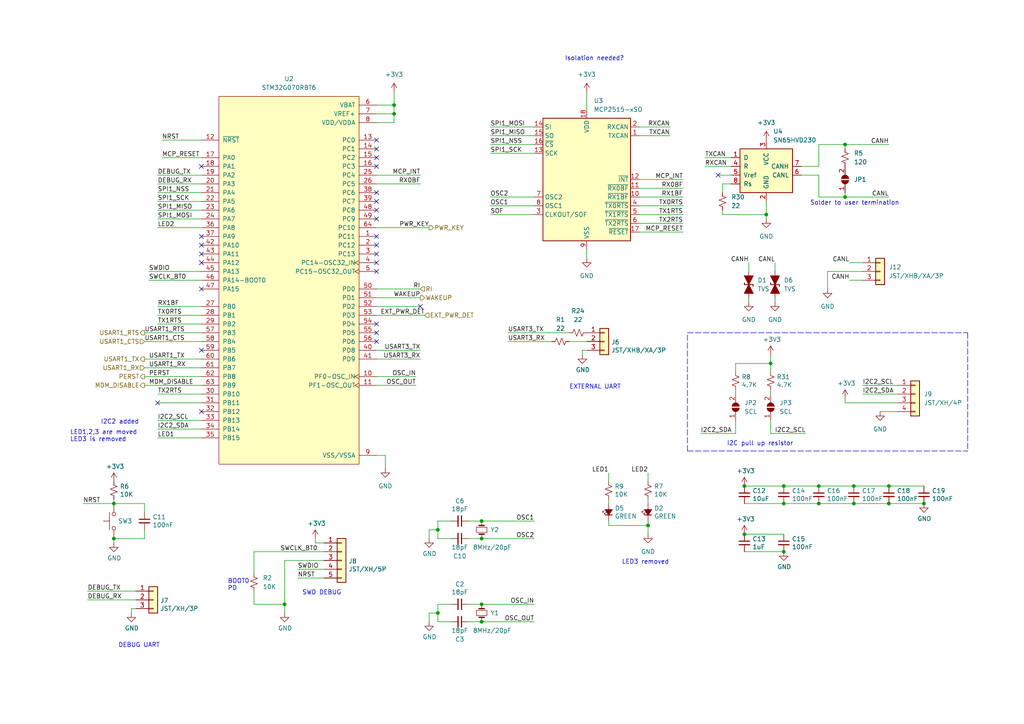
<source format=kicad_sch>
(kicad_sch (version 20211123) (generator eeschema)
  (paper "A4")
  (lib_symbols
    (symbol "Connector_Generic:Conn_01x03" (pin_names (offset 1.016) hide)
      (property "Reference" "J" (at 0 5.08 0))
      (property "Value" "Conn_01x03" (at 0 -5.08 0))
      (symbol "Conn_01x03_1_1"
        (rectangle (start -1.27 -2.413) (end 0 -2.667) (stroke (width 0.1524)))
        (rectangle (start -1.27 0.127) (end 0 -0.127) (stroke (width 0.1524)))
        (rectangle (start -1.27 2.667) (end 0 2.413) (stroke (width 0.1524)))
        (rectangle (start -1.27 3.81) (end 1.27 -3.81) (stroke (width 0.254)) (fill (type background)))
        (pin passive line (at -5.08 2.54 0) (length 3.81) (name "Pin_1") (number "1"))
        (pin passive line (at -5.08 0 0) (length 3.81) (name "Pin_2") (number "2"))
        (pin passive line (at -5.08 -2.54 0) (length 3.81) (name "Pin_3") (number "3"))
      )
    )
    (symbol "Connector_Generic:Conn_01x04" (pin_names (offset 1.016) hide)
      (property "Reference" "J" (at 0 5.08 0))
      (property "Value" "Conn_01x04" (at 0 -7.62 0))
      (symbol "Conn_01x04_1_1"
        (rectangle (start -1.27 -4.953) (end 0 -5.207) (stroke (width 0.1524)))
        (rectangle (start -1.27 -2.413) (end 0 -2.667) (stroke (width 0.1524)))
        (rectangle (start -1.27 0.127) (end 0 -0.127) (stroke (width 0.1524)))
        (rectangle (start -1.27 2.667) (end 0 2.413) (stroke (width 0.1524)))
        (rectangle (start -1.27 3.81) (end 1.27 -6.35) (stroke (width 0.254)) (fill (type background)))
        (pin passive line (at -5.08 2.54 0) (length 3.81) (name "Pin_1") (number "1"))
        (pin passive line (at -5.08 0 0) (length 3.81) (name "Pin_2") (number "2"))
        (pin passive line (at -5.08 -2.54 0) (length 3.81) (name "Pin_3") (number "3"))
        (pin passive line (at -5.08 -5.08 0) (length 3.81) (name "Pin_4") (number "4"))
      )
    )
    (symbol "Connector_Generic:Conn_01x05" (pin_names (offset 1.016) hide)
      (property "Reference" "J" (at 0 7.62 0))
      (property "Value" "Conn_01x05" (at 0 -7.62 0))
      (symbol "Conn_01x05_1_1"
        (rectangle (start -1.27 -4.953) (end 0 -5.207) (stroke (width 0.1524)))
        (rectangle (start -1.27 -2.413) (end 0 -2.667) (stroke (width 0.1524)))
        (rectangle (start -1.27 0.127) (end 0 -0.127) (stroke (width 0.1524)))
        (rectangle (start -1.27 2.667) (end 0 2.413) (stroke (width 0.1524)))
        (rectangle (start -1.27 5.207) (end 0 4.953) (stroke (width 0.1524)))
        (rectangle (start -1.27 6.35) (end 1.27 -6.35) (stroke (width 0.254)) (fill (type background)))
        (pin passive line (at -5.08 5.08 0) (length 3.81) (name "Pin_1") (number "1"))
        (pin passive line (at -5.08 2.54 0) (length 3.81) (name "Pin_2") (number "2"))
        (pin passive line (at -5.08 0 0) (length 3.81) (name "Pin_3") (number "3"))
        (pin passive line (at -5.08 -2.54 0) (length 3.81) (name "Pin_4") (number "4"))
        (pin passive line (at -5.08 -5.08 0) (length 3.81) (name "Pin_5") (number "5"))
      )
    )
    (symbol "Device:C_Small" (pin_numbers hide) (pin_names (offset 0.254) hide)
      (property "Reference" "C" (at 0.254 1.778 0))
      (property "Value" "C_Small" (at 0.254 -2.032 0))
      (symbol "C_Small_0_1"
        (polyline (pts (xy -1.524 -0.508) (xy 1.524 -0.508)) (stroke (width 0.3302)))
        (polyline (pts (xy -1.524 0.508) (xy 1.524 0.508)) (stroke (width 0.3048)))
      )
      (symbol "C_Small_1_1"
        (pin passive line (at 0 2.54 270) (length 2.032) (name "~") (number "1"))
        (pin passive line (at 0 -2.54 90) (length 2.032) (name "~") (number "2"))
      )
    )
    (symbol "Device:Crystal_Small" (pin_numbers hide) (pin_names (offset 1.016) hide)
      (property "Reference" "Y" (at 0 2.54 0))
      (property "Value" "Crystal_Small" (at 0 -2.54 0))
      (symbol "Crystal_Small_0_1"
        (rectangle (start -0.762 -1.524) (end 0.762 1.524))
        (polyline (pts (xy -1.27 -0.762) (xy -1.27 0.762)) (stroke (width 0.381)))
        (polyline (pts (xy 1.27 -0.762) (xy 1.27 0.762)) (stroke (width 0.381)))
      )
      (symbol "Crystal_Small_1_1"
        (pin passive line (at -2.54 0 0) (length 1.27) (name "1") (number "1"))
        (pin passive line (at 2.54 0 180) (length 1.27) (name "2") (number "2"))
      )
    )
    (symbol "Device:D_TVS_Filled" (pin_numbers hide) (pin_names (offset 1.016) hide)
      (property "Reference" "D" (at 0 2.54 0))
      (property "Value" "D_TVS_Filled" (at 0 -2.54 0))
      (symbol "D_TVS_Filled_0_1"
        (polyline (pts (xy 1.27 0) (xy -1.27 0)))
        (polyline (pts (xy -2.54 -1.27) (xy 0 0) (xy -2.54 1.27) (xy -2.54 -1.27)) (stroke (width 0.254)) (fill (type outline)))
        (polyline (pts (xy 0.508 1.27) (xy 0 1.27) (xy 0 -1.27) (xy -0.508 -1.27)) (stroke (width 0.254)))
        (polyline (pts (xy 2.54 1.27) (xy 2.54 -1.27) (xy 0 0) (xy 2.54 1.27)) (stroke (width 0.254)) (fill (type outline)))
      )
      (symbol "D_TVS_Filled_1_1"
        (pin passive line (at -3.81 0 0) (length 2.54) (name "A1") (number "1"))
        (pin passive line (at 3.81 0 180) (length 2.54) (name "A2") (number "2"))
      )
    )
    (symbol "Device:LED_Small_Filled" (pin_numbers hide) (pin_names (offset 0.254) hide)
      (property "Reference" "D" (at -1.27 3.175 0))
      (property "Value" "LED_Small_Filled" (at -4.445 -2.54 0))
      (symbol "LED_Small_Filled_0_1"
        (polyline (pts (xy -0.762 -1.016) (xy -0.762 1.016)) (stroke (width 0.254)))
        (polyline (pts (xy 1.016 0) (xy -0.762 0)))
        (polyline (pts (xy 0.762 -1.016) (xy -0.762 0) (xy 0.762 1.016) (xy 0.762 -1.016)) (stroke (width 0.254)) (fill (type outline)))
        (polyline (pts (xy 0 0.762) (xy -0.508 1.27) (xy -0.254 1.27) (xy -0.508 1.27) (xy -0.508 1.016)))
        (polyline (pts (xy 0.508 1.27) (xy 0 1.778) (xy 0.254 1.778) (xy 0 1.778) (xy 0 1.524)))
      )
      (symbol "LED_Small_Filled_1_1"
        (pin passive line (at -2.54 0 0) (length 1.778) (name "K") (number "1"))
        (pin passive line (at 2.54 0 180) (length 1.778) (name "A") (number "2"))
      )
    )
    (symbol "Device:R_Small_US" (pin_numbers hide) (pin_names (offset 0.254) hide)
      (property "Reference" "R" (at 0.762 0.508 0))
      (property "Value" "R_Small_US" (at 0.762 -1.016 0))
      (symbol "R_Small_US_1_1"
        (polyline (pts (xy 0 0) (xy 1.016 -0.381) (xy 0 -0.762) (xy -1.016 -1.143) (xy 0 -1.524)))
        (polyline (pts (xy 0 1.524) (xy 1.016 1.143) (xy 0 0.762) (xy -1.016 0.381) (xy 0 0)))
        (pin passive line (at 0 2.54 270) (length 1.016) (name "~") (number "1"))
        (pin passive line (at 0 -2.54 90) (length 1.016) (name "~") (number "2"))
      )
    )
    (symbol "Interface_CAN_LIN:MCP2515-xSO"
      (property "Reference" "U" (at -10.16 19.685 0))
      (property "Value" "MCP2515-xSO" (at 19.05 20.32 0))
      (symbol "MCP2515-xSO_0_1"
        (rectangle (start -12.7 17.78) (end 12.7 -17.78) (stroke (width 0.254)) (fill (type background)))
      )
      (symbol "MCP2515-xSO_1_1"
        (pin output line (at 15.24 12.7 180) (length 2.54) (name "TXCAN") (number "1"))
        (pin output line (at 15.24 -5.08 180) (length 2.54) (name "~{RX1BF}") (number "10"))
        (pin output line (at 15.24 -2.54 180) (length 2.54) (name "~{RX0BF}") (number "11"))
        (pin output line (at 15.24 0 180) (length 2.54) (name "~{INT}") (number "12"))
        (pin input line (at -15.24 7.62 0) (length 2.54) (name "SCK") (number "13"))
        (pin input line (at -15.24 15.24 0) (length 2.54) (name "SI") (number "14"))
        (pin output line (at -15.24 12.7 0) (length 2.54) (name "SO") (number "15"))
        (pin input line (at -15.24 10.16 0) (length 2.54) (name "~{CS}") (number "16"))
        (pin input line (at 15.24 -15.24 180) (length 2.54) (name "~{RESET}") (number "17"))
        (pin power_in line (at 0 20.32 270) (length 2.54) (name "VDD") (number "18"))
        (pin input line (at 15.24 15.24 180) (length 2.54) (name "RXCAN") (number "2"))
        (pin output line (at -15.24 -10.16 0) (length 2.54) (name "CLKOUT/SOF") (number "3"))
        (pin input line (at 15.24 -7.62 180) (length 2.54) (name "~{TX0RTS}") (number "4"))
        (pin input line (at 15.24 -10.16 180) (length 2.54) (name "~{TX1RTS}") (number "5"))
        (pin input line (at 15.24 -12.7 180) (length 2.54) (name "~{TX2RTS}") (number "6"))
        (pin output line (at -15.24 -5.08 0) (length 2.54) (name "OSC2") (number "7"))
        (pin input line (at -15.24 -7.62 0) (length 2.54) (name "OSC1") (number "8"))
        (pin power_in line (at 0 -20.32 90) (length 2.54) (name "VSS") (number "9"))
      )
    )
    (symbol "Interface_CAN_LIN:SN65HVD230" (pin_names (offset 1.016))
      (property "Reference" "U" (at -2.54 10.16 0))
      (property "Value" "SN65HVD230" (at -2.54 7.62 0))
      (symbol "SN65HVD230_0_1"
        (rectangle (start -7.62 5.08) (end 7.62 -7.62) (stroke (width 0.254)) (fill (type background)))
      )
      (symbol "SN65HVD230_1_1"
        (pin input line (at -10.16 2.54 0) (length 2.54) (name "D") (number "1"))
        (pin power_in line (at 0 -10.16 90) (length 2.54) (name "GND") (number "2"))
        (pin power_in line (at 0 7.62 270) (length 2.54) (name "VCC") (number "3"))
        (pin output line (at -10.16 0 0) (length 2.54) (name "R") (number "4"))
        (pin output line (at -10.16 -2.54 0) (length 2.54) (name "Vref") (number "5"))
        (pin bidirectional line (at 10.16 -2.54 180) (length 2.54) (name "CANL") (number "6"))
        (pin bidirectional line (at 10.16 0 180) (length 2.54) (name "CANH") (number "7"))
        (pin input line (at -10.16 -5.08 0) (length 2.54) (name "Rs") (number "8"))
      )
    )
    (symbol "Jumper:SolderJumper_2_Open" (pin_names (offset 0) hide)
      (property "Reference" "JP" (at 0 2.032 0))
      (property "Value" "SolderJumper_2_Open" (at 0 -2.54 0))
      (symbol "SolderJumper_2_Open_0_1"
        (arc (start -0.254 1.016) (mid -1.27 0) (end -0.254 -1.016))
        (arc (start -0.254 1.016) (mid -1.27 0) (end -0.254 -1.016) (fill (type outline)))
        (polyline (pts (xy -0.254 1.016) (xy -0.254 -1.016)))
        (polyline (pts (xy 0.254 1.016) (xy 0.254 -1.016)))
        (arc (start 0.254 -1.016) (mid 1.27 0) (end 0.254 1.016))
        (arc (start 0.254 -1.016) (mid 1.27 0) (end 0.254 1.016) (fill (type outline)))
      )
      (symbol "SolderJumper_2_Open_1_1"
        (pin passive line (at -3.81 0 0) (length 2.54) (name "A") (number "1"))
        (pin passive line (at 3.81 0 180) (length 2.54) (name "B") (number "2"))
      )
    )
    (symbol "Switch:SW_Push" (pin_numbers hide) (pin_names (offset 1.016) hide)
      (property "Reference" "SW" (at 1.27 2.54 0))
      (property "Value" "SW_Push" (at 0 -1.524 0))
      (symbol "SW_Push_0_1"
        (circle (center -2.032 0) (radius 0.508))
        (polyline (pts (xy 0 1.27) (xy 0 3.048)))
        (polyline (pts (xy 2.54 1.27) (xy -2.54 1.27)))
        (circle (center 2.032 0) (radius 0.508))
        (pin passive line (at -5.08 0 0) (length 2.54) (name "1") (number "1"))
        (pin passive line (at 5.08 0 180) (length 2.54) (name "2") (number "2"))
      )
    )
    (symbol "huconn-symbol:STM32G070RBT6" (pin_names (offset 1.016))
      (property "Reference" "U" (at -20.32 54.61 0))
      (property "Value" "STM32G070RBT6" (at -20.32 -55.88 0))
      (symbol "STM32G070RBT6_0_0"
        (rectangle (start -20.32 -53.34) (end 20.32 53.34) (stroke (width 0.1524)) (fill (type background)))
        (pin bidirectional line (at 25.4 12.7 180) (length 5.08) (name "PC11") (number "1"))
        (pin bidirectional clock (at 25.4 -27.94 180) (length 5.08) (name "PF0-OSC_IN") (number "10"))
        (pin bidirectional clock (at 25.4 -30.48 180) (length 5.08) (name "PF1-OSC_OUT") (number "11"))
        (pin input line (at -25.4 40.64 0) (length 5.08) (name "~{NRST}") (number "12"))
        (pin bidirectional line (at 25.4 40.64 180) (length 5.08) (name "PC0") (number "13"))
        (pin bidirectional line (at 25.4 38.1 180) (length 5.08) (name "PC1") (number "14"))
        (pin bidirectional line (at 25.4 35.56 180) (length 5.08) (name "PC2") (number "15"))
        (pin bidirectional line (at 25.4 33.02 180) (length 5.08) (name "PC3") (number "16"))
        (pin bidirectional line (at -25.4 35.56 0) (length 5.08) (name "PA0") (number "17"))
        (pin bidirectional line (at -25.4 33.02 0) (length 5.08) (name "PA1") (number "18"))
        (pin bidirectional line (at -25.4 30.48 0) (length 5.08) (name "PA2") (number "19"))
        (pin bidirectional line (at 25.4 10.16 180) (length 5.08) (name "PC12") (number "2"))
        (pin bidirectional line (at -25.4 27.94 0) (length 5.08) (name "PA3") (number "20"))
        (pin bidirectional line (at -25.4 25.4 0) (length 5.08) (name "PA4") (number "21"))
        (pin bidirectional line (at -25.4 22.86 0) (length 5.08) (name "PA5") (number "22"))
        (pin bidirectional line (at -25.4 20.32 0) (length 5.08) (name "PA6") (number "23"))
        (pin bidirectional line (at -25.4 17.78 0) (length 5.08) (name "PA7") (number "24"))
        (pin bidirectional line (at 25.4 30.48 180) (length 5.08) (name "PC4") (number "25"))
        (pin bidirectional line (at 25.4 27.94 180) (length 5.08) (name "PC5") (number "26"))
        (pin bidirectional line (at -25.4 -7.62 0) (length 5.08) (name "PB0") (number "27"))
        (pin bidirectional line (at -25.4 -10.16 0) (length 5.08) (name "PB1") (number "28"))
        (pin bidirectional line (at -25.4 -12.7 0) (length 5.08) (name "PB2") (number "29"))
        (pin bidirectional line (at 25.4 7.62 180) (length 5.08) (name "PC13") (number "3"))
        (pin bidirectional line (at -25.4 -33.02 0) (length 5.08) (name "PB10") (number "30"))
        (pin bidirectional line (at -25.4 -35.56 0) (length 5.08) (name "PB11") (number "31"))
        (pin bidirectional line (at -25.4 -38.1 0) (length 5.08) (name "PB12") (number "32"))
        (pin bidirectional line (at -25.4 -40.64 0) (length 5.08) (name "PB13") (number "33"))
        (pin bidirectional line (at -25.4 -43.18 0) (length 5.08) (name "PB14") (number "34"))
        (pin bidirectional line (at -25.4 -45.72 0) (length 5.08) (name "PB15") (number "35"))
        (pin bidirectional line (at -25.4 15.24 0) (length 5.08) (name "PA8") (number "36"))
        (pin bidirectional line (at -25.4 12.7 0) (length 5.08) (name "PA9") (number "37"))
        (pin bidirectional line (at 25.4 25.4 180) (length 5.08) (name "PC6") (number "38"))
        (pin bidirectional line (at 25.4 22.86 180) (length 5.08) (name "PC7") (number "39"))
        (pin bidirectional clock (at 25.4 5.08 180) (length 5.08) (name "PC14-OSC32_IN") (number "4"))
        (pin bidirectional line (at 25.4 -20.32 180) (length 5.08) (name "PD8") (number "40"))
        (pin bidirectional line (at 25.4 -22.86 180) (length 5.08) (name "PD9") (number "41"))
        (pin bidirectional line (at -25.4 10.16 0) (length 5.08) (name "PA10") (number "42"))
        (pin bidirectional line (at -25.4 7.62 0) (length 5.08) (name "PA11") (number "43"))
        (pin bidirectional line (at -25.4 5.08 0) (length 5.08) (name "PA12") (number "44"))
        (pin bidirectional line (at -25.4 2.54 0) (length 5.08) (name "PA13") (number "45"))
        (pin bidirectional line (at -25.4 0 0) (length 5.08) (name "PA14-BOOT0") (number "46"))
        (pin bidirectional line (at -25.4 -2.54 0) (length 5.08) (name "PA15") (number "47"))
        (pin bidirectional line (at 25.4 20.32 180) (length 5.08) (name "PC8") (number "48"))
        (pin bidirectional line (at 25.4 17.78 180) (length 5.08) (name "PC9") (number "49"))
        (pin bidirectional clock (at 25.4 2.54 180) (length 5.08) (name "PC15-OSC32_OUT") (number "5"))
        (pin bidirectional line (at 25.4 -2.54 180) (length 5.08) (name "PD0") (number "50"))
        (pin bidirectional line (at 25.4 -5.08 180) (length 5.08) (name "PD1") (number "51"))
        (pin bidirectional line (at 25.4 -7.62 180) (length 5.08) (name "PD2") (number "52"))
        (pin bidirectional line (at 25.4 -10.16 180) (length 5.08) (name "PD3") (number "53"))
        (pin bidirectional line (at 25.4 -12.7 180) (length 5.08) (name "PD4") (number "54"))
        (pin bidirectional line (at 25.4 -15.24 180) (length 5.08) (name "PD5") (number "55"))
        (pin bidirectional line (at 25.4 -17.78 180) (length 5.08) (name "PD6") (number "56"))
        (pin bidirectional line (at -25.4 -15.24 0) (length 5.08) (name "PB3") (number "57"))
        (pin bidirectional line (at -25.4 -17.78 0) (length 5.08) (name "PB4") (number "58"))
        (pin bidirectional line (at -25.4 -20.32 0) (length 5.08) (name "PB5") (number "59"))
        (pin power_in line (at 25.4 50.8 180) (length 5.08) (name "VBAT") (number "6"))
        (pin bidirectional line (at -25.4 -22.86 0) (length 5.08) (name "PB6") (number "60"))
        (pin bidirectional line (at -25.4 -25.4 0) (length 5.08) (name "PB7") (number "61"))
        (pin bidirectional line (at -25.4 -27.94 0) (length 5.08) (name "PB8") (number "62"))
        (pin bidirectional line (at -25.4 -30.48 0) (length 5.08) (name "PB9") (number "63"))
        (pin bidirectional line (at 25.4 15.24 180) (length 5.08) (name "PC10") (number "64"))
        (pin power_in line (at 25.4 48.26 180) (length 5.08) (name "VREF+") (number "7"))
        (pin power_in line (at 25.4 45.72 180) (length 5.08) (name "VDD/VDDA") (number "8"))
        (pin power_in line (at 25.4 -50.8 180) (length 5.08) (name "VSS/VSSA") (number "9"))
      )
    )
    (symbol "power:+3.3V" (power) (pin_names (offset 0))
      (property "Value" "+3.3V" (at 0 3.556 0))
      (symbol "+3.3V_0_1"
        (polyline (pts (xy -0.762 1.27) (xy 0 2.54)))
        (polyline (pts (xy 0 0) (xy 0 2.54)))
        (polyline (pts (xy 0 2.54) (xy 0.762 1.27)))
      )
      (symbol "+3.3V_1_1"
        (pin power_in line (at 0 0 90) (length 0) hide (name "+3V3") (number "1"))
      )
    )
    (symbol "power:GND" (power) (pin_names (offset 0))
      (property "Value" "GND" (at 0 -3.81 0))
      (symbol "GND_0_1"
        (polyline (pts (xy 0 0) (xy 0 -1.27) (xy 1.27 -1.27) (xy 0 -2.54) (xy -1.27 -1.27) (xy 0 -1.27)))
      )
      (symbol "GND_1_1"
        (pin power_in line (at 0 0 270) (length 0) hide (name "GND") (number "1"))
      )
    )
  )
  (junction (at 257.81 146.05))
  (junction (at 247.65 140.97))
  (junction (at 227.33 140.97))
  (junction (at 187.96 152.4))
  (junction (at 267.97 146.05))
  (junction (at 237.49 140.97))
  (junction (at 245.11 41.91))
  (junction (at 215.9 140.97))
  (junction (at 139.7 151.13))
  (junction (at 139.7 175.26))
  (junction (at 247.65 146.05))
  (junction (at 139.7 156.21))
  (junction (at 139.7 180.34))
  (junction (at 127 153.67))
  (junction (at 227.33 146.05))
  (junction (at 114.3 33.02))
  (junction (at 33.02 156.21))
  (junction (at 237.49 146.05))
  (junction (at 245.11 57.15))
  (junction (at 33.02 146.05))
  (junction (at 222.25 62.23))
  (junction (at 227.33 160.02))
  (junction (at 82.55 175.26))
  (junction (at 223.52 105.41))
  (junction (at 257.81 140.97))
  (junction (at 114.3 30.48))
  (junction (at 215.9 154.94))
  (junction (at 127 177.8))
  (no_connect (at 109.22 60.96))
  (no_connect (at 109.22 76.2))
  (no_connect (at 58.42 68.58))
  (no_connect (at 58.42 48.26))
  (no_connect (at 58.42 76.2))
  (no_connect (at 109.22 58.42))
  (no_connect (at 109.22 68.58))
  (no_connect (at 109.22 40.64))
  (no_connect (at 109.22 55.88))
  (no_connect (at 109.22 48.26))
  (no_connect (at 109.22 96.52))
  (no_connect (at 109.22 93.98))
  (no_connect (at 109.22 45.72))
  (no_connect (at 109.22 73.66))
  (no_connect (at 109.22 63.5))
  (no_connect (at 58.42 119.38))
  (no_connect (at 109.22 78.74))
  (no_connect (at 58.42 71.12))
  (no_connect (at 121.92 88.9))
  (no_connect (at 109.22 71.12))
  (no_connect (at 58.42 73.66))
  (no_connect (at 45.72 116.84))
  (no_connect (at 208.28 50.8))
  (no_connect (at 58.42 83.82))
  (no_connect (at 109.22 43.18))
  (no_connect (at 109.22 99.06))
  (no_connect (at 58.42 101.6))
  (wire (pts (xy 46.99 45.72) (xy 58.42 45.72)))
  (wire (pts (xy 41.91 156.21) (xy 33.02 156.21)))
  (wire (pts (xy 41.91 106.68) (xy 58.42 106.68)))
  (wire (pts (xy 185.42 54.61) (xy 198.12 54.61)))
  (wire (pts (xy 139.7 175.26) (xy 154.94 175.26)))
  (wire (pts (xy 222.25 63.5) (xy 222.25 62.23)))
  (wire (pts (xy 185.42 36.83) (xy 194.31 36.83)))
  (wire (pts (xy 82.55 162.56) (xy 82.55 175.26)))
  (wire (pts (xy 73.66 175.26) (xy 82.55 175.26)))
  (wire (pts (xy 217.17 86.36) (xy 217.17 87.63)))
  (wire (pts (xy 109.22 111.76) (xy 120.65 111.76)))
  (wire (pts (xy 223.52 121.92) (xy 223.52 125.73)))
  (wire (pts (xy 130.81 156.21) (xy 127 156.21)))
  (wire (pts (xy 250.19 78.74) (xy 240.03 78.74)))
  (wire (pts (xy 139.7 151.13) (xy 154.94 151.13)))
  (wire (pts (xy 257.81 140.97) (xy 267.97 140.97)))
  (wire (pts (xy 227.33 160.02) (xy 215.9 160.02)))
  (wire (pts (xy 170.18 101.6) (xy 168.91 101.6)))
  (wire (pts (xy 93.98 157.48) (xy 91.44 157.48)))
  (polyline (pts (xy 280.67 96.52) (xy 280.67 130.81)))
  (wire (pts (xy 41.91 111.76) (xy 58.42 111.76)))
  (wire (pts (xy 245.11 41.91) (xy 257.81 41.91)))
  (wire (pts (xy 250.19 114.3) (xy 260.35 114.3)))
  (wire (pts (xy 109.22 83.82) (xy 121.92 83.82)))
  (wire (pts (xy 187.96 152.4) (xy 187.96 154.94)))
  (wire (pts (xy 127 153.67) (xy 127 151.13)))
  (wire (pts (xy 246.38 81.28) (xy 250.19 81.28)))
  (wire (pts (xy 109.22 30.48) (xy 114.3 30.48)))
  (wire (pts (xy 142.24 44.45) (xy 154.94 44.45)))
  (wire (pts (xy 237.49 57.15) (xy 245.11 57.15)))
  (wire (pts (xy 247.65 140.97) (xy 257.81 140.97)))
  (polyline (pts (xy 199.39 130.81) (xy 199.39 96.52)))
  (wire (pts (xy 127 180.34) (xy 127 177.8)))
  (wire (pts (xy 73.66 171.45) (xy 73.66 175.26)))
  (wire (pts (xy 246.38 76.2) (xy 250.19 76.2)))
  (wire (pts (xy 227.33 146.05) (xy 237.49 146.05)))
  (wire (pts (xy 223.52 105.41) (xy 223.52 107.95)))
  (wire (pts (xy 245.11 116.84) (xy 260.35 116.84)))
  (wire (pts (xy 41.91 109.22) (xy 58.42 109.22)))
  (wire (pts (xy 187.96 144.78) (xy 187.96 146.05)))
  (wire (pts (xy 185.42 39.37) (xy 194.31 39.37)))
  (wire (pts (xy 45.72 63.5) (xy 58.42 63.5)))
  (wire (pts (xy 43.18 78.74) (xy 58.42 78.74)))
  (wire (pts (xy 142.24 39.37) (xy 154.94 39.37)))
  (wire (pts (xy 176.53 152.4) (xy 187.96 152.4)))
  (wire (pts (xy 127 156.21) (xy 127 153.67)))
  (wire (pts (xy 130.81 180.34) (xy 127 180.34)))
  (wire (pts (xy 58.42 93.98) (xy 45.72 93.98)))
  (wire (pts (xy 45.72 50.8) (xy 58.42 50.8)))
  (wire (pts (xy 58.42 91.44) (xy 45.72 91.44)))
  (wire (pts (xy 245.11 55.88) (xy 245.11 57.15)))
  (wire (pts (xy 41.91 153.67) (xy 41.91 156.21)))
  (wire (pts (xy 39.37 173.99) (xy 25.4 173.99)))
  (wire (pts (xy 114.3 33.02) (xy 114.3 35.56)))
  (wire (pts (xy 185.42 67.31) (xy 198.12 67.31)))
  (wire (pts (xy 58.42 88.9) (xy 45.72 88.9)))
  (wire (pts (xy 39.37 171.45) (xy 25.4 171.45)))
  (wire (pts (xy 237.49 140.97) (xy 247.65 140.97)))
  (wire (pts (xy 41.91 104.14) (xy 58.42 104.14)))
  (wire (pts (xy 127 177.8) (xy 124.46 177.8)))
  (wire (pts (xy 247.65 146.05) (xy 257.81 146.05)))
  (wire (pts (xy 109.22 132.08) (xy 111.76 132.08)))
  (wire (pts (xy 82.55 175.26) (xy 82.55 177.8)))
  (wire (pts (xy 45.72 121.92) (xy 58.42 121.92)))
  (wire (pts (xy 109.22 53.34) (xy 121.92 53.34)))
  (wire (pts (xy 237.49 48.26) (xy 237.49 41.91)))
  (wire (pts (xy 209.55 53.34) (xy 209.55 55.88)))
  (wire (pts (xy 45.72 127) (xy 58.42 127)))
  (wire (pts (xy 41.91 99.06) (xy 58.42 99.06)))
  (wire (pts (xy 187.96 151.13) (xy 187.96 152.4)))
  (wire (pts (xy 127 177.8) (xy 127 175.26)))
  (wire (pts (xy 58.42 114.3) (xy 45.72 114.3)))
  (wire (pts (xy 237.49 50.8) (xy 237.49 57.15)))
  (wire (pts (xy 86.36 165.1) (xy 93.98 165.1)))
  (wire (pts (xy 142.24 41.91) (xy 154.94 41.91)))
  (wire (pts (xy 139.7 151.13) (xy 135.89 151.13)))
  (wire (pts (xy 245.11 41.91) (xy 245.11 43.18)))
  (wire (pts (xy 160.02 99.06) (xy 147.32 99.06)))
  (wire (pts (xy 204.47 48.26) (xy 212.09 48.26)))
  (wire (pts (xy 209.55 60.96) (xy 209.55 62.23)))
  (wire (pts (xy 109.22 101.6) (xy 121.92 101.6)))
  (wire (pts (xy 124.46 177.8) (xy 124.46 180.34)))
  (wire (pts (xy 33.02 146.05) (xy 41.91 146.05)))
  (wire (pts (xy 139.7 180.34) (xy 135.89 180.34)))
  (wire (pts (xy 185.42 52.07) (xy 198.12 52.07)))
  (wire (pts (xy 212.09 53.34) (xy 209.55 53.34)))
  (wire (pts (xy 185.42 57.15) (xy 198.12 57.15)))
  (wire (pts (xy 217.17 76.2) (xy 217.17 78.74)))
  (wire (pts (xy 185.42 62.23) (xy 198.12 62.23)))
  (wire (pts (xy 93.98 162.56) (xy 82.55 162.56)))
  (wire (pts (xy 245.11 57.15) (xy 257.81 57.15)))
  (wire (pts (xy 176.53 151.13) (xy 176.53 152.4)))
  (wire (pts (xy 168.91 101.6) (xy 168.91 102.87)))
  (wire (pts (xy 58.42 116.84) (xy 45.72 116.84)))
  (wire (pts (xy 45.72 58.42) (xy 58.42 58.42)))
  (wire (pts (xy 24.13 146.05) (xy 33.02 146.05)))
  (wire (pts (xy 208.28 50.8) (xy 212.09 50.8)))
  (wire (pts (xy 139.7 180.34) (xy 154.94 180.34)))
  (wire (pts (xy 43.18 81.28) (xy 58.42 81.28)))
  (wire (pts (xy 240.03 78.74) (xy 240.03 83.82)))
  (wire (pts (xy 45.72 66.04) (xy 58.42 66.04)))
  (wire (pts (xy 222.25 58.42) (xy 222.25 62.23)))
  (wire (pts (xy 33.02 157.48) (xy 33.02 156.21)))
  (wire (pts (xy 203.2 125.73) (xy 213.36 125.73)))
  (wire (pts (xy 73.66 160.02) (xy 93.98 160.02)))
  (wire (pts (xy 250.19 111.76) (xy 260.35 111.76)))
  (wire (pts (xy 109.22 104.14) (xy 121.92 104.14)))
  (wire (pts (xy 170.18 99.06) (xy 165.1 99.06)))
  (wire (pts (xy 127 175.26) (xy 130.81 175.26)))
  (wire (pts (xy 170.18 72.39) (xy 170.18 74.93)))
  (wire (pts (xy 215.9 140.97) (xy 227.33 140.97)))
  (wire (pts (xy 45.72 53.34) (xy 58.42 53.34)))
  (wire (pts (xy 176.53 137.16) (xy 176.53 139.7)))
  (wire (pts (xy 237.49 146.05) (xy 247.65 146.05)))
  (wire (pts (xy 227.33 140.97) (xy 237.49 140.97)))
  (wire (pts (xy 142.24 36.83) (xy 154.94 36.83)))
  (wire (pts (xy 114.3 30.48) (xy 114.3 33.02)))
  (polyline (pts (xy 199.39 130.81) (xy 280.67 130.81)))
  (wire (pts (xy 33.02 146.05) (xy 33.02 144.78)))
  (wire (pts (xy 165.1 96.52) (xy 147.32 96.52)))
  (wire (pts (xy 127 151.13) (xy 130.81 151.13)))
  (wire (pts (xy 209.55 62.23) (xy 222.25 62.23)))
  (wire (pts (xy 45.72 55.88) (xy 58.42 55.88)))
  (wire (pts (xy 223.52 102.87) (xy 223.52 105.41)))
  (wire (pts (xy 139.7 156.21) (xy 154.94 156.21)))
  (wire (pts (xy 139.7 175.26) (xy 135.89 175.26)))
  (wire (pts (xy 213.36 105.41) (xy 223.52 105.41)))
  (wire (pts (xy 114.3 26.67) (xy 114.3 30.48)))
  (wire (pts (xy 39.37 176.53) (xy 38.1 176.53)))
  (wire (pts (xy 41.91 146.05) (xy 41.91 148.59)))
  (wire (pts (xy 41.91 96.52) (xy 58.42 96.52)))
  (wire (pts (xy 185.42 59.69) (xy 198.12 59.69)))
  (wire (pts (xy 215.9 146.05) (xy 227.33 146.05)))
  (wire (pts (xy 237.49 41.91) (xy 245.11 41.91)))
  (wire (pts (xy 185.42 64.77) (xy 198.12 64.77)))
  (wire (pts (xy 45.72 124.46) (xy 58.42 124.46)))
  (wire (pts (xy 73.66 160.02) (xy 73.66 166.37)))
  (wire (pts (xy 213.36 121.92) (xy 213.36 125.73)))
  (wire (pts (xy 215.9 154.94) (xy 227.33 154.94)))
  (wire (pts (xy 109.22 91.44) (xy 123.19 91.44)))
  (wire (pts (xy 109.22 109.22) (xy 120.65 109.22)))
  (wire (pts (xy 257.81 146.05) (xy 267.97 146.05)))
  (wire (pts (xy 91.44 157.48) (xy 91.44 156.21)))
  (wire (pts (xy 142.24 57.15) (xy 154.94 57.15)))
  (wire (pts (xy 109.22 88.9) (xy 121.92 88.9)))
  (wire (pts (xy 187.96 137.16) (xy 187.96 139.7)))
  (polyline (pts (xy 199.39 96.52) (xy 280.67 96.52)))
  (wire (pts (xy 232.41 50.8) (xy 237.49 50.8)))
  (wire (pts (xy 142.24 62.23) (xy 154.94 62.23)))
  (wire (pts (xy 109.22 33.02) (xy 114.3 33.02)))
  (wire (pts (xy 109.22 50.8) (xy 121.92 50.8)))
  (wire (pts (xy 176.53 144.78) (xy 176.53 146.05)))
  (wire (pts (xy 204.47 45.72) (xy 212.09 45.72)))
  (wire (pts (xy 232.41 48.26) (xy 237.49 48.26)))
  (wire (pts (xy 111.76 132.08) (xy 111.76 135.89)))
  (wire (pts (xy 38.1 176.53) (xy 38.1 177.8)))
  (wire (pts (xy 213.36 105.41) (xy 213.36 107.95)))
  (wire (pts (xy 170.18 26.67) (xy 170.18 31.75)))
  (wire (pts (xy 45.72 60.96) (xy 58.42 60.96)))
  (wire (pts (xy 255.27 119.38) (xy 260.35 119.38)))
  (wire (pts (xy 142.24 59.69) (xy 154.94 59.69)))
  (wire (pts (xy 124.46 153.67) (xy 124.46 156.21)))
  (wire (pts (xy 223.52 113.03) (xy 223.52 114.3)))
  (wire (pts (xy 245.11 115.57) (xy 245.11 116.84)))
  (wire (pts (xy 213.36 113.03) (xy 213.36 114.3)))
  (wire (pts (xy 224.79 76.2) (xy 224.79 78.74)))
  (wire (pts (xy 86.36 167.64) (xy 93.98 167.64)))
  (wire (pts (xy 109.22 35.56) (xy 114.3 35.56)))
  (wire (pts (xy 127 153.67) (xy 124.46 153.67)))
  (wire (pts (xy 58.42 40.64) (xy 46.99 40.64)))
  (wire (pts (xy 109.22 86.36) (xy 121.92 86.36)))
  (wire (pts (xy 224.79 86.36) (xy 224.79 87.63)))
  (wire (pts (xy 223.52 125.73) (xy 233.68 125.73)))
  (wire (pts (xy 139.7 156.21) (xy 135.89 156.21)))
  (wire (pts (xy 109.22 66.04) (xy 124.46 66.04)))
  (text "LED1,2,3 are moved\nLED3 is removed" (at 20.32 128.27 0) (effects (font (size 1.27 1.27)) (justify left bottom)))
  (text "LED3 removed" (at 180.34 163.83 0) (effects (font (size 1.27 1.27)) (justify left bottom)))
  (text "BOOT0\nPD" (at 66.04 171.45 0) (effects (font (size 1.27 1.27)) (justify left bottom)))
  (text "SWD DEBUG" (at 87.63 172.72 0) (effects (font (size 1.27 1.27)) (justify left bottom)))
  (text "I2C pull up resistor" (at 210.8074 129.4663 0) (effects (font (size 1.27 1.27)) (justify left bottom)))
  (text "Isolation needed?\n" (at 163.83 17.78 0) (effects (font (size 1.27 1.27)) (justify left bottom)))
  (text "I2C2 added" (at 29.21 123.19 0) (effects (font (size 1.27 1.27)) (justify left bottom)))
  (text "Solder to user termination" (at 234.95 59.69 0) (effects (font (size 1.27 1.27)) (justify left bottom)))
  (text "EXTERNAL UART\n" (at 165.1 113.03 0) (effects (font (size 1.27 1.27)) (justify left bottom)))
  (text "DEBUG UART" (at 34.29 187.96 0) (effects (font (size 1.27 1.27)) (justify left bottom)))
  (label "TX1RTS" (at 45.72 93.98 0))
  (label "DEBUG_RX" (at 25.4 173.99 0))
  (label "MCP_INT" (at 121.92 50.8 180))
  (label "LED1" (at 176.53 137.16 180))
  (label "OSC_OUT" (at 120.65 111.76 180))
  (label "OSC2" (at 142.24 57.15 0))
  (label "PERST" (at 43.18 109.22 0))
  (label "MCP_RESET" (at 198.12 67.31 180))
  (label "TX0RTS" (at 45.72 91.44 0))
  (label "NRST" (at 46.99 40.64 0))
  (label "OSC_IN" (at 120.65 109.22 180))
  (label "OSC1" (at 142.24 59.69 0))
  (label "RX0BF" (at 121.92 53.34 180))
  (label "CANL" (at 246.38 76.2 180))
  (label "EXT_PWR_DET" (at 123.19 91.44 180))
  (label "TXCAN" (at 204.47 45.72 0))
  (label "TXCAN" (at 194.31 39.37 180))
  (label "I2C2_SCL" (at 250.19 111.76 0))
  (label "SWCLK_BT0" (at 81.28 160.02 0))
  (label "RXCAN" (at 204.47 48.26 0))
  (label "USART3_RX" (at 121.92 104.14 180))
  (label "SPI1_MISO" (at 142.24 39.37 0))
  (label "SPI1_NSS" (at 45.72 55.88 0))
  (label "RX1BF" (at 45.72 88.9 0))
  (label "SWCLK_BT0" (at 43.18 81.28 0))
  (label "SPI1_SCK" (at 45.72 58.42 0))
  (label "OSC_IN" (at 154.94 175.26 180))
  (label "SPI1_SCK" (at 142.24 44.45 0))
  (label "MDM_DISABLE" (at 43.18 111.76 0))
  (label "TX1RTS" (at 198.12 62.23 180))
  (label "DEBUG_TX" (at 45.72 50.8 0))
  (label "WAKEUP" (at 121.92 86.36 180))
  (label "CANH" (at 217.17 76.2 180))
  (label "I2C2_SDA" (at 203.2 125.73 0))
  (label "DEBUG_TX" (at 25.4 171.45 0))
  (label "OSC2" (at 154.94 156.21 180))
  (label "SWDIO" (at 43.18 78.74 0))
  (label "PWR_KEY" (at 124.46 66.04 180))
  (label "OSC1" (at 154.94 151.13 180))
  (label "DEBUG_RX" (at 45.72 53.34 0))
  (label "CANL" (at 257.81 57.15 180))
  (label "LED2" (at 187.96 137.16 180))
  (label "SPI1_MOSI" (at 142.24 36.83 0))
  (label "USART3_TX" (at 121.92 101.6 180))
  (label "OSC_OUT" (at 154.94 180.34 180))
  (label "TX2RTS" (at 198.12 64.77 180))
  (label "SPI1_MOSI" (at 45.72 63.5 0))
  (label "NRST" (at 24.13 146.05 0))
  (label "I2C2_SDA" (at 250.19 114.3 0))
  (label "CANH" (at 257.81 41.91 180))
  (label "SPI1_NSS" (at 142.24 41.91 0))
  (label "TX2RTS" (at 45.72 114.3 0))
  (label "RX0BF" (at 198.12 54.61 180))
  (label "MCP_RESET" (at 46.99 45.72 0))
  (label "SPI1_MISO" (at 45.72 60.96 0))
  (label "USART1_RTS" (at 41.91 96.52 0))
  (label "I2C2_SCL" (at 45.72 121.92 0))
  (label "CANH" (at 246.38 81.28 180))
  (label "USART1_RX" (at 43.18 106.68 0))
  (label "RXCAN" (at 194.31 36.83 180))
  (label "RI" (at 121.92 83.82 180))
  (label "I2C2_SCL" (at 233.68 125.73 180))
  (label "TX0RTS" (at 198.12 59.69 180))
  (label "SWDIO" (at 86.36 165.1 0))
  (label "USART1_CTS" (at 41.91 99.06 0))
  (label "RX1BF" (at 198.12 57.15 180))
  (label "NRST" (at 86.36 167.64 0))
  (label "CANL" (at 224.79 76.2 180))
  (label "LED1" (at 45.72 127 0))
  (label "USART3_RX" (at 147.32 99.06 0))
  (label "LED2" (at 45.72 66.04 0))
  (label "USART1_TX" (at 43.18 104.14 0))
  (label "I2C2_SDA" (at 45.72 124.46 0))
  (label "MCP_INT" (at 198.12 52.07 180))
  (label "SOF" (at 142.24 62.23 0))
  (label "USART3_TX" (at 147.32 96.52 0))
  (hierarchical_label "USART1_CTS" (shape input) (at 41.91 99.06 180))
  (hierarchical_label "USART1_RX" (shape input) (at 41.91 106.68 180))
  (hierarchical_label "USART1_RTS" (shape output) (at 41.91 96.52 180))
  (hierarchical_label "WAKEUP" (shape output) (at 121.92 86.36 0))
  (hierarchical_label "PERST" (shape output) (at 41.91 109.22 180))
  (hierarchical_label "EXT_PWR_DET" (shape input) (at 123.19 91.44 0))
  (hierarchical_label "USART1_TX" (shape output) (at 41.91 104.14 180))
  (hierarchical_label "MDM_DISABLE" (shape output) (at 41.91 111.76 180))
  (hierarchical_label "RI" (shape input) (at 121.92 83.82 0))
  (hierarchical_label "PWR_KEY" (shape output) (at 124.46 66.04 0))
  (symbol (lib_id "power:+3.3V") (at 215.9 154.94 0) (unit 1)
    (property "Reference" "#PWR0136" (effects hide))
    (property "Value" "+3.3V" (at 216.281 150.5458 0))
  )
  (symbol (lib_id "power:GND") (at 187.96 154.94 0) (unit 1)
    (property "Reference" "#PWR0137" (effects hide))
    (property "Value" "GND" (at 187.96 160.02 0))
  )
  (symbol (lib_id "power:+3.3V") (at 33.02 139.7 0) (unit 1)
    (property "Reference" "#PWR0140" (effects hide))
    (property "Value" "+3.3V" (at 33.401 135.3058 0))
  )
  (symbol (lib_id "Jumper:SolderJumper_2_Open") (at 245.11 52.07 90) (unit 1)
    (property "Reference" "JP1" (at 247.65 52.0699 90) (effects (justify right)))
    (property "Value" "SolderJumper_2_Open" (effects hide))
    (property "Footprint" "Jumper:SolderJumper-2_P1.3mm_Open_RoundedPad1.0x1.5mm" (effects hide))
  )
  (symbol (lib_id "power:+3.3V") (at 245.11 115.57 0) (unit 1)
    (property "Reference" "#PWR0162" (effects hide))
    (property "Value" "+3.3V" (at 245.491 111.1758 0))
  )
  (symbol (lib_id "Jumper:SolderJumper_2_Open") (at 213.36 118.11 90) (unit 1)
    (property "Reference" "JP2" (at 215.9 116.8399 90) (effects (justify right)))
    (property "Value" "SCL" (at 215.9 119.3799 90) (effects (justify right)))
    (property "Footprint" "Jumper:SolderJumper-2_P1.3mm_Open_RoundedPad1.0x1.5mm" (effects hide))
  )
  (symbol (lib_id "Device:C_Small") (at 257.81 143.51 0) (unit 1)
    (property "Reference" "C18" (at 260.1468 142.3416 0) (effects (justify left)))
    (property "Value" "100nF" (at 260.1468 144.653 0) (effects (justify left)))
    (property "Footprint" "Capacitor_SMD:C_0603_1608Metric" (effects hide))
    (property "LCSC" "C14663" (effects hide))
  )
  (symbol (lib_id "Device:Crystal_Small") (at 139.7 177.8 270) (unit 1)
    (property "Reference" "Y1" (at 142.24 177.8 90) (effects (justify left)))
    (property "Value" "8MHz/20pF" (at 137.16 182.88 90) (effects (justify left)))
    (property "Footprint" "Crystal:Crystal_SMD_5032-2Pin_5.0x3.2mm" (effects hide))
    (property "LCSC" "C115962" (effects hide))
    (property "Description" "SMD CRYSTAL RESONATORS 8MHZ ±10PPM SMD-5032_2P ROHS" (effects hide))
  )
  (symbol (lib_id "Device:C_Small") (at 237.49 143.51 0) (unit 1)
    (property "Reference" "C16" (at 239.8268 142.3416 0) (effects (justify left)))
    (property "Value" "100nF" (at 239.8268 144.653 0) (effects (justify left)))
    (property "Footprint" "Capacitor_SMD:C_0603_1608Metric" (effects hide))
    (property "LCSC" "C14663" (effects hide))
  )
  (symbol (lib_id "Device:R_Small_US") (at 176.53 142.24 0) (unit 1)
    (property "Reference" "R9" (at 178.2572 141.0716 0) (effects (justify left)))
    (property "Value" "10K" (at 178.2572 143.383 0) (effects (justify left)))
    (property "Footprint" "Resistor_SMD:R_0603_1608Metric" (effects hide))
    (property "LCSC" "C25804" (effects hide))
  )
  (symbol (lib_id "Device:R_Small_US") (at 209.55 58.42 180) (unit 1)
    (property "Reference" "R30" (at 212.09 57.1499 0) (effects (justify right)))
    (property "Value" "22" (at 212.09 59.6899 0) (effects (justify right)))
    (property "Footprint" "Resistor_SMD:R_0603_1608Metric" (effects hide))
    (property "LCSC" "C23345" (effects hide))
  )
  (symbol (lib_id "Device:C_Small") (at 133.35 175.26 270) (unit 1)
    (property "Reference" "C2" (at 133.35 169.4434 90))
    (property "Value" "18pF" (at 133.35 171.7548 90))
    (property "Footprint" "Capacitor_SMD:C_0603_1608Metric" (effects hide))
    (property "LCSC" "C1647" (effects hide))
  )
  (symbol (lib_id "Device:LED_Small_Filled") (at 176.53 148.59 90) (unit 1)
    (property "Reference" "D5" (at 178.308 147.4216 90) (effects (justify right)))
    (property "Value" "GREEN" (at 178.308 149.733 90) (effects (justify right)))
    (property "Footprint" "LED_SMD:LED_0603_1608Metric" (effects hide))
    (property "LCSC" "C72043" (effects hide))
  )
  (symbol (lib_id "Device:C_Small") (at 267.97 143.51 0) (unit 1)
    (property "Reference" "C19" (at 270.3068 142.3416 0) (effects (justify left)))
    (property "Value" "100nF" (at 270.3068 144.653 0) (effects (justify left)))
    (property "Footprint" "Capacitor_SMD:C_0603_1608Metric" (effects hide))
    (property "LCSC" "C14663" (effects hide))
  )
  (symbol (lib_id "Interface_CAN_LIN:MCP2515-xSO") (at 170.18 52.07 0) (unit 1)
    (property "Reference" "U3" (at 172.1994 29.21 0) (effects (justify left)))
    (property "Value" "MCP2515-xSO" (at 172.1994 31.75 0) (effects (justify left)))
    (property "Footprint" "Package_SO:SOIC-18W_7.5x11.6mm_P1.27mm" (effects hide))
    (property "Datasheet" "http://ww1.microchip.com/downloads/en/DeviceDoc/21801e.pdf" (effects hide))
    (property "LCSC" "C153782" (effects hide))
  )
  (symbol (lib_id "huconn-symbol:STM32G070RBT6") (at 83.82 81.28 0) (unit 1)
    (property "Reference" "U2" (at 83.82 22.86 0))
    (property "Value" "STM32G070RBT6" (at 83.82 25.4 0))
    (property "Footprint" "Package_QFP_AKL:LQFP-64_10x10mm_P0.5mm" (effects hide))
    (property "LCSC" "C529340" (effects hide))
  )
  (symbol (lib_id "Device:C_Small") (at 247.65 143.51 0) (unit 1)
    (property "Reference" "C17" (at 249.9868 142.3416 0) (effects (justify left)))
    (property "Value" "100nF" (at 249.9868 144.653 0) (effects (justify left)))
    (property "Footprint" "Capacitor_SMD:C_0603_1608Metric" (effects hide))
    (property "LCSC" "C14663" (effects hide))
  )
  (symbol (lib_id "Connector_Generic:Conn_01x03") (at 175.26 99.06 0) (unit 1)
    (property "Reference" "J6" (at 177.292 99.2632 0) (effects (justify left)))
    (property "Value" "JST/XHB/XA/3P" (at 177.292 101.5746 0) (effects (justify left)))
    (property "Footprint" "Connector_JST:JST_XA_S03B-XASK-1N-BN_1x03_P2.50mm_Horizontal" (effects hide))
    (property "LCSC" "C95477" (effects hide))
  )
  (symbol (lib_id "power:GND") (at 227.33 160.02 0) (unit 1)
    (property "Reference" "#PWR0134" (effects hide))
    (property "Value" "GND" (at 227.457 164.4142 0))
  )
  (symbol (lib_id "Device:C_Small") (at 133.35 180.34 270) (unit 1)
    (property "Reference" "C3" (at 133.35 185.42 90))
    (property "Value" "18pF" (at 133.35 182.88 90))
    (property "Footprint" "Capacitor_SMD:C_0603_1608Metric" (effects hide))
    (property "LCSC" "C1647" (effects hide))
  )
  (symbol (lib_id "power:GND") (at 124.46 156.21 0) (unit 1)
    (property "Reference" "#PWR0132" (effects hide))
    (property "Value" "GND" (at 124.587 160.6042 0))
  )
  (symbol (lib_id "power:GND") (at 38.1 177.8 0) (unit 1)
    (property "Reference" "#PWR0110" (effects hide))
    (property "Value" "GND" (at 38.227 182.1942 0))
  )
  (symbol (lib_id "power:+3.3V") (at 91.44 156.21 0) (unit 1)
    (property "Reference" "#PWR0108" (effects hide))
    (property "Value" "+3.3V" (at 91.821 151.8158 0))
  )
  (symbol (lib_id "Device:D_TVS_Filled") (at 217.17 82.55 90) (unit 1)
    (property "Reference" "D1" (at 219.71 81.2799 90) (effects (justify right)))
    (property "Value" "TVS" (at 219.71 83.8199 90) (effects (justify right)))
    (property "Footprint" "Diode_SMD:D_SOD-323" (effects hide))
    (property "LCSC" "C314256" (effects hide))
  )
  (symbol (lib_id "power:GND") (at 255.27 119.38 0) (unit 1)
    (property "Reference" "#PWR0161" (effects hide))
    (property "Value" "GND" (at 255.27 124.46 0))
  )
  (symbol (lib_id "Device:R_Small_US") (at 223.52 110.49 0) (unit 1)
    (property "Reference" "R31" (at 225.2472 109.3216 0) (effects (justify left)))
    (property "Value" "4.7K" (at 225.2472 111.633 0) (effects (justify left)))
    (property "Footprint" "Resistor_SMD:R_0603_1608Metric" (effects hide))
  )
  (symbol (lib_id "Device:C_Small") (at 133.35 156.21 270) (unit 1)
    (property "Reference" "C10" (at 133.35 161.29 90))
    (property "Value" "18pF" (at 133.35 158.75 90))
    (property "Footprint" "Capacitor_SMD:C_0603_1608Metric" (effects hide))
    (property "LCSC" "C1647" (effects hide))
  )
  (symbol (lib_id "power:+3.3V") (at 223.52 102.87 0) (unit 1)
    (property "Reference" "#PWR0163" (effects hide))
    (property "Value" "+3.3V" (at 223.901 98.4758 0))
  )
  (symbol (lib_id "Device:C_Small") (at 133.35 151.13 270) (unit 1)
    (property "Reference" "C6" (at 133.35 145.3134 90))
    (property "Value" "18pF" (at 133.35 147.6248 90))
    (property "Footprint" "Capacitor_SMD:C_0603_1608Metric" (effects hide))
    (property "LCSC" "C1647" (effects hide))
  )
  (symbol (lib_id "Device:R_Small_US") (at 162.56 99.06 90) (unit 1)
    (property "Reference" "R1" (at 162.56 92.71 90))
    (property "Value" "22" (at 162.56 95.25 90))
    (property "Footprint" "Resistor_SMD:R_0603_1608Metric" (effects hide))
    (property "LCSC" "C23345" (effects hide))
  )
  (symbol (lib_id "Device:C_Small") (at 215.9 157.48 0) (unit 1)
    (property "Reference" "C13" (at 218.2368 156.3116 0) (effects (justify left)))
    (property "Value" "1uF" (at 218.2368 158.623 0) (effects (justify left)))
    (property "Footprint" "Capacitor_SMD:C_0603_1608Metric" (effects hide))
    (property "LCSC" "C15849" (effects hide))
  )
  (symbol (lib_id "Connector_Generic:Conn_01x03") (at 255.27 78.74 0) (unit 1)
    (property "Reference" "J12" (at 257.81 77.4699 0) (effects (justify left)))
    (property "Value" "JST/XHB/XA/3P" (at 257.81 80.0099 0) (effects (justify left)))
    (property "Footprint" "Connector_JST:JST_XA_S03B-XASK-1N-BN_1x03_P2.50mm_Horizontal" (effects hide))
    (property "LCSC" "C95477" (effects hide))
  )
  (symbol (lib_id "Device:R_Small_US") (at 167.64 96.52 90) (unit 1)
    (property "Reference" "R24" (at 167.64 90.17 90))
    (property "Value" "22" (at 167.64 92.71 90))
    (property "Footprint" "Resistor_SMD:R_0603_1608Metric" (effects hide))
    (property "LCSC" "C23345" (effects hide))
  )
  (symbol (lib_id "power:+3.3V") (at 170.18 26.67 0) (unit 1)
    (property "Reference" "#PWR0127" (effects hide))
    (property "Value" "+3.3V" (at 170.18 21.59 0))
  )
  (symbol (lib_id "power:GND") (at 224.79 87.63 0) (unit 1)
    (property "Reference" "#PWR0141" (effects hide))
    (property "Value" "GND" (at 224.79 92.71 0))
  )
  (symbol (lib_id "power:GND") (at 267.97 146.05 0) (unit 1)
    (property "Reference" "#PWR0138" (effects hide))
    (property "Value" "GND" (at 268.097 150.4442 0))
  )
  (symbol (lib_id "Device:LED_Small_Filled") (at 187.96 148.59 90) (unit 1)
    (property "Reference" "D2" (at 189.738 147.4216 90) (effects (justify right)))
    (property "Value" "GREEN" (at 189.738 149.733 90) (effects (justify right)))
    (property "Footprint" "LED_SMD:LED_0603_1608Metric" (effects hide))
    (property "LCSC" "C72043" (effects hide))
  )
  (symbol (lib_id "Device:C_Small") (at 227.33 157.48 0) (unit 1)
    (property "Reference" "C15" (at 229.6668 156.3116 0) (effects (justify left)))
    (property "Value" "100nF" (at 229.6668 158.623 0) (effects (justify left)))
    (property "Footprint" "Capacitor_SMD:C_0603_1608Metric" (effects hide))
    (property "LCSC" "C14663" (effects hide))
  )
  (symbol (lib_id "Connector_Generic:Conn_01x03") (at 44.45 173.99 0) (unit 1)
    (property "Reference" "J7" (at 46.482 174.1932 0) (effects (justify left)))
    (property "Value" "JST/XH/3P" (at 46.482 176.5046 0) (effects (justify left)))
    (property "Footprint" "Connector_JST:JST_XH_B3B-XH-A_1x03_P2.50mm_Vertical" (effects hide))
    (property "LCSC" "C144394" (effects hide))
  )
  (symbol (lib_id "Connector_Generic:Conn_01x04") (at 265.43 114.3 0) (unit 1)
    (property "Reference" "J9" (at 267.97 114.2999 0) (effects (justify left)))
    (property "Value" "JST/XH/4P" (at 267.97 116.8399 0) (effects (justify left)))
    (property "Footprint" "Connector_JST:JST_XH_B4B-XH-A_1x04_P2.50mm_Vertical" (effects hide))
  )
  (symbol (lib_id "Device:Crystal_Small") (at 139.7 153.67 270) (unit 1)
    (property "Reference" "Y2" (at 142.24 153.67 90) (effects (justify left)))
    (property "Value" "8MHz/20pF" (at 137.16 158.75 90) (effects (justify left)))
    (property "Footprint" "Crystal:Crystal_SMD_5032-2Pin_5.0x3.2mm" (effects hide))
    (property "LCSC" "C115962" (effects hide))
    (property "Description" "SMD CRYSTAL RESONATORS 8MHZ ±10PPM SMD-5032_2P ROHS" (effects hide))
  )
  (symbol (lib_id "power:GND") (at 168.91 102.87 0) (unit 1)
    (property "Reference" "#PWR0111" (effects hide))
    (property "Value" "GND" (at 169.037 107.2642 0))
  )
  (symbol (lib_id "Switch:SW_Push") (at 33.02 151.13 90) (mirror x) (unit 1)
    (property "Reference" "SW3" (at 34.2392 151.13 90) (effects (justify right)))
    (property "Value" "SW_Push" (effects hide))
    (property "Footprint" "Button_Switch_SMD:SW_SPST_PTS645" (effects hide))
    (property "LCSC" "C2834943" (effects hide))
  )
  (symbol (lib_id "Jumper:SolderJumper_2_Open") (at 223.52 118.11 90) (unit 1)
    (property "Reference" "JP3" (at 226.06 116.8399 90) (effects (justify right)))
    (property "Value" "SCL" (at 226.06 119.3799 90) (effects (justify right)))
    (property "Footprint" "Jumper:SolderJumper-2_P1.3mm_Open_RoundedPad1.0x1.5mm" (effects hide))
  )
  (symbol (lib_id "power:GND") (at 217.17 87.63 0) (unit 1)
    (property "Reference" "#PWR0142" (effects hide))
    (property "Value" "GND" (at 217.17 92.71 0))
  )
  (symbol (lib_id "power:GND") (at 170.18 74.93 0) (unit 1)
    (property "Reference" "#PWR0133" (effects hide))
    (property "Value" "GND" (at 170.18 80.01 0))
  )
  (symbol (lib_id "Device:C_Small") (at 41.91 151.13 0) (unit 1)
    (property "Reference" "C11" (at 44.2468 149.9616 0) (effects (justify left)))
    (property "Value" "100nF" (at 44.2468 152.273 0) (effects (justify left)))
    (property "Footprint" "Capacitor_SMD:C_0603_1608Metric" (effects hide))
    (property "LCSC" "C14663" (effects hide))
  )
  (symbol (lib_id "power:+3.3V") (at 114.3 26.67 0) (unit 1)
    (property "Reference" "#PWR0113" (effects hide))
    (property "Value" "+3.3V" (at 114.3 21.59 0))
  )
  (symbol (lib_id "Device:R_Small_US") (at 187.96 142.24 0) (unit 1)
    (property "Reference" "R7" (at 189.6872 141.0716 0) (effects (justify left)))
    (property "Value" "10K" (at 189.6872 143.383 0) (effects (justify left)))
    (property "Footprint" "Resistor_SMD:R_0603_1608Metric" (effects hide))
    (property "LCSC" "C25804" (effects hide))
  )
  (symbol (lib_id "power:+3.3V") (at 222.25 40.64 0) (unit 1)
    (property "Reference" "#PWR0129" (effects hide))
    (property "Value" "+3.3V" (at 222.25 35.56 0))
  )
  (symbol (lib_id "Device:R_Small_US") (at 245.11 45.72 0) (unit 1)
    (property "Reference" "R5" (at 247.65 44.4499 0) (effects (justify left)))
    (property "Value" "120" (at 247.65 46.9899 0) (effects (justify left)))
    (property "Footprint" "Resistor_SMD:R_0603_1608Metric" (effects hide))
    (property "LCSC" "C22787" (effects hide))
  )
  (symbol (lib_id "Device:C_Small") (at 227.33 143.51 0) (unit 1)
    (property "Reference" "C14" (at 229.6668 142.3416 0) (effects (justify left)))
    (property "Value" "100nF" (at 229.6668 144.653 0) (effects (justify left)))
    (property "Footprint" "Capacitor_SMD:C_0603_1608Metric" (effects hide))
    (property "LCSC" "C14663" (effects hide))
  )
  (symbol (lib_id "power:GND") (at 33.02 157.48 0) (unit 1)
    (property "Reference" "#PWR0139" (effects hide))
    (property "Value" "GND" (at 33.147 161.8742 0))
  )
  (symbol (lib_id "power:GND") (at 240.03 83.82 0) (unit 1)
    (property "Reference" "#PWR0130" (effects hide))
    (property "Value" "GND" (at 240.03 88.9 0))
  )
  (symbol (lib_id "power:GND") (at 124.46 180.34 0) (unit 1)
    (property "Reference" "#PWR0114" (effects hide))
    (property "Value" "GND" (at 124.587 184.7342 0))
  )
  (symbol (lib_id "Device:R_Small_US") (at 73.66 168.91 0) (unit 1)
    (property "Reference" "R2" (at 76.2 167.6399 0) (effects (justify left)))
    (property "Value" "10K" (at 76.2 170.1799 0) (effects (justify left)))
    (property "Footprint" "Resistor_SMD:R_0603_1608Metric" (effects hide))
    (property "LCSC" "C25804" (effects hide))
  )
  (symbol (lib_id "power:+3.3V") (at 215.9 140.97 0) (unit 1)
    (property "Reference" "#PWR0135" (effects hide))
    (property "Value" "+3.3V" (at 216.281 136.5758 0))
  )
  (symbol (lib_id "Device:D_TVS_Filled") (at 224.79 82.55 90) (unit 1)
    (property "Reference" "D6" (at 227.33 81.2799 90) (effects (justify right)))
    (property "Value" "TVS" (at 227.33 83.8199 90) (effects (justify right)))
    (property "Footprint" "Diode_SMD:D_SOD-323" (effects hide))
    (property "LCSC" "C314256" (effects hide))
  )
  (symbol (lib_id "Device:R_Small_US") (at 213.36 110.49 0) (unit 1)
    (property "Reference" "R8" (at 215.0872 109.3216 0) (effects (justify left)))
    (property "Value" "4.7K" (at 215.0872 111.633 0) (effects (justify left)))
    (property "Footprint" "Resistor_SMD:R_0603_1608Metric" (effects hide))
  )
  (symbol (lib_id "power:GND") (at 222.25 63.5 0) (unit 1)
    (property "Reference" "#PWR0128" (effects hide))
    (property "Value" "GND" (at 222.25 68.58 0))
  )
  (symbol (lib_id "Interface_CAN_LIN:SN65HVD230") (at 222.25 48.26 0) (unit 1)
    (property "Reference" "U4" (at 224.2694 38.1 0) (effects (justify left)))
    (property "Value" "SN65HVD230" (at 224.2694 40.64 0) (effects (justify left)))
    (property "Footprint" "Package_SO:SOIC-8_3.9x4.9mm_P1.27mm" (effects hide))
    (property "Datasheet" "http://www.ti.com/lit/ds/symlink/sn65hvd230.pdf" (effects hide))
  )
  (symbol (lib_id "Device:R_Small_US") (at 33.02 142.24 0) (unit 1)
    (property "Reference" "R6" (at 34.7472 141.0716 0) (effects (justify left)))
    (property "Value" "10K" (at 34.7472 143.383 0) (effects (justify left)))
    (property "Footprint" "Resistor_SMD:R_0603_1608Metric" (effects hide))
    (property "LCSC" "C25804" (effects hide))
  )
  (symbol (lib_id "power:GND") (at 111.76 135.89 0) (unit 1)
    (property "Reference" "#PWR0112" (effects hide))
    (property "Value" "GND" (at 111.76 140.97 0))
  )
  (symbol (lib_id "Connector_Generic:Conn_01x05") (at 99.06 162.56 0) (unit 1)
    (property "Reference" "J8" (at 101.092 162.7632 0) (effects (justify left)))
    (property "Value" "JST/XH/5P" (at 101.092 165.0746 0) (effects (justify left)))
    (property "Footprint" "Connector_JST:JST_XH_B5B-XH-A_1x05_P2.50mm_Vertical" (effects hide))
    (property "LCSC" "C157991" (effects hide))
  )
  (symbol (lib_id "power:GND") (at 82.55 177.8 0) (unit 1)
    (property "Reference" "#PWR0109" (effects hide))
    (property "Value" "GND" (at 82.677 182.1942 0))
  )
  (symbol (lib_id "Device:C_Small") (at 215.9 143.51 0) (unit 1)
    (property "Reference" "C12" (at 218.2368 142.3416 0) (effects (justify left)))
    (property "Value" "10uF" (at 218.2368 144.653 0) (effects (justify left)))
    (property "Footprint" "Capacitor_SMD:C_0603_1608Metric" (effects hide))
    (property "LCSC" "C19702" (effects hide))
  )
)
</source>
